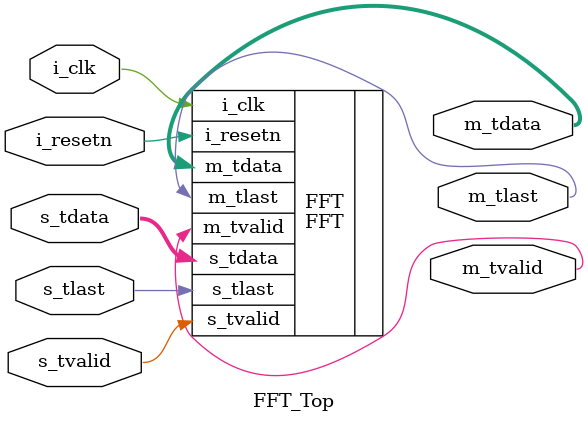
<source format=v>
`timescale 1ns / 1ps

module FFT_Top(
    input  wire i_resetn,
	input  wire i_clk,
	
	input  wire        s_tvalid,
	input  wire [31:0] s_tdata,
	input  wire        s_tlast,

	
	output wire         m_tvalid,
	output wire         m_tlast ,
	output wire  [63:0] m_tdata 
);
    
FFT#()
    FFT(
    .i_clk    (i_clk),
    .i_resetn  (i_resetn),
    
    .s_tdata  (s_tdata),
    .s_tvalid (s_tvalid),
    .s_tlast  (s_tlast),
    
    .m_tvalid (m_tvalid),
    .m_tlast  (m_tlast),
    .m_tdata  (m_tdata)
  );
  
endmodule

</source>
